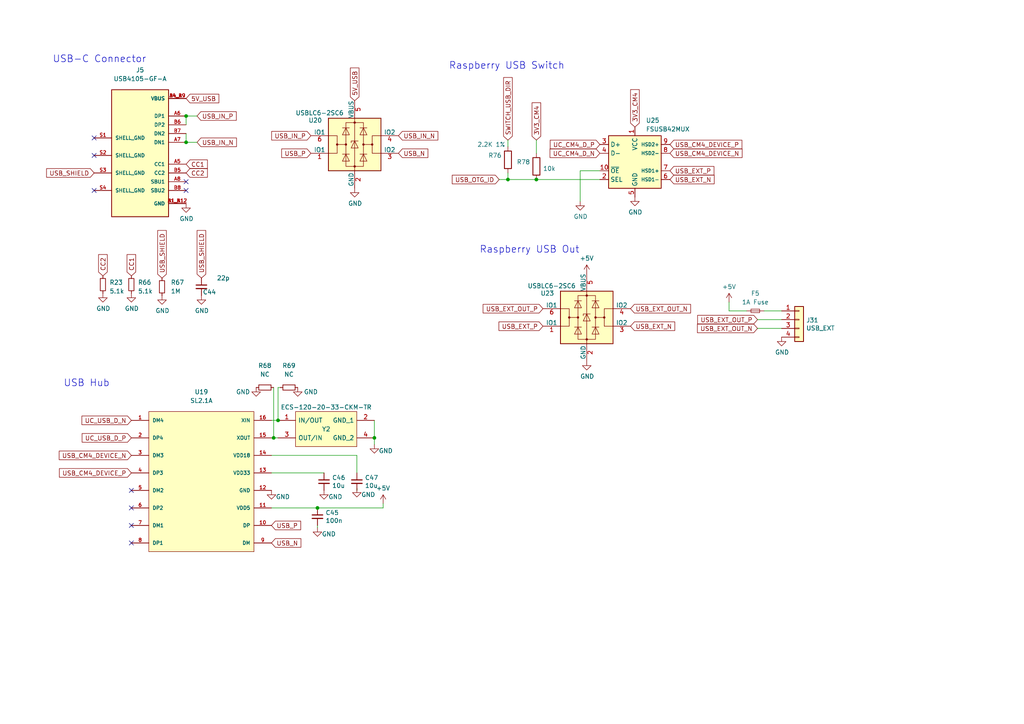
<source format=kicad_sch>
(kicad_sch (version 20211123) (generator eeschema)
  (paper "A4")
  (lib_symbols
    (symbol "Connector_Generic:Conn_01x04" (pin_names (offset 1.016) hide)
      (property "Reference" "J" (at 0 5.08 0))
      (property "Value" "Conn_01x04" (at 0 -7.62 0))
      (symbol "Conn_01x04_1_1"
        (rectangle (start -1.27 -4.953) (end 0 -5.207) (stroke (width 0.1524)))
        (rectangle (start -1.27 -2.413) (end 0 -2.667) (stroke (width 0.1524)))
        (rectangle (start -1.27 0.127) (end 0 -0.127) (stroke (width 0.1524)))
        (rectangle (start -1.27 2.667) (end 0 2.413) (stroke (width 0.1524)))
        (rectangle (start -1.27 3.81) (end 1.27 -6.35) (stroke (width 0.254)) (fill (type background)))
        (pin passive line (at -5.08 2.54 0) (length 3.81) (name "Pin_1") (number "1"))
        (pin passive line (at -5.08 0 0) (length 3.81) (name "Pin_2") (number "2"))
        (pin passive line (at -5.08 -2.54 0) (length 3.81) (name "Pin_3") (number "3"))
        (pin passive line (at -5.08 -5.08 0) (length 3.81) (name "Pin_4") (number "4"))
      )
    )
    (symbol "Device:C_Small" (pin_numbers hide) (pin_names (offset 0.254) hide)
      (property "Reference" "C" (at 0.254 1.778 0))
      (property "Value" "C_Small" (at 0.254 -2.032 0))
      (symbol "C_Small_0_1"
        (polyline (pts (xy -1.524 -0.508) (xy 1.524 -0.508)) (stroke (width 0.3302)))
        (polyline (pts (xy -1.524 0.508) (xy 1.524 0.508)) (stroke (width 0.3048)))
      )
      (symbol "C_Small_1_1"
        (pin passive line (at 0 2.54 270) (length 2.032) (name "~") (number "1"))
        (pin passive line (at 0 -2.54 90) (length 2.032) (name "~") (number "2"))
      )
    )
    (symbol "Device:Fuse_Small" (pin_numbers hide) (pin_names (offset 0.254) hide)
      (property "Reference" "F" (at 0 -1.524 0))
      (property "Value" "Fuse_Small" (at 0 1.524 0))
      (symbol "Fuse_Small_0_1"
        (rectangle (start -1.27 0.508) (end 1.27 -0.508))
        (polyline (pts (xy -1.27 0) (xy 1.27 0)))
      )
      (symbol "Fuse_Small_1_1"
        (pin passive line (at -2.54 0 0) (length 1.27) (name "~") (number "1"))
        (pin passive line (at 2.54 0 180) (length 1.27) (name "~") (number "2"))
      )
    )
    (symbol "Device:R" (pin_numbers hide) (pin_names (offset 0))
      (property "Reference" "R" (at 2.032 0 90))
      (property "Value" "R" (at 0 0 90))
      (symbol "R_0_1"
        (rectangle (start -1.016 -2.54) (end 1.016 2.54) (stroke (width 0.254)))
      )
      (symbol "R_1_1"
        (pin passive line (at 0 3.81 270) (length 1.27) (name "~") (number "1"))
        (pin passive line (at 0 -3.81 90) (length 1.27) (name "~") (number "2"))
      )
    )
    (symbol "Device:R_Small" (pin_numbers hide) (pin_names (offset 0.254) hide)
      (property "Reference" "R" (at 0.762 0.508 0))
      (property "Value" "R_Small" (at 0.762 -1.016 0))
      (symbol "R_Small_0_1"
        (rectangle (start -0.762 1.778) (end 0.762 -1.778) (stroke (width 0.2032)))
      )
      (symbol "R_Small_1_1"
        (pin passive line (at 0 2.54 270) (length 0.762) (name "~") (number "1"))
        (pin passive line (at 0 -2.54 90) (length 0.762) (name "~") (number "2"))
      )
    )
    (symbol "Interface_USB:FSUSB42MUX"
      (property "Reference" "U" (at -6.35 8.89 0))
      (property "Value" "FSUSB42MUX" (at 7.62 8.89 0))
      (symbol "FSUSB42MUX_0_1"
        (rectangle (start 7.62 7.62) (end -7.62 -7.62) (stroke (width 0.254)) (fill (type background)))
      )
      (symbol "FSUSB42MUX_1_1"
        (pin power_in line (at 0 10.16 270) (length 2.54) (name "VCC") (number "1"))
        (pin input line (at -10.16 -2.54 0) (length 2.54) (name "~{OE}") (number "10"))
        (pin input line (at -10.16 -5.08 0) (length 2.54) (name "SEL") (number "2"))
        (pin bidirectional line (at -10.16 5.08 0) (length 2.54) (name "D+") (number "3"))
        (pin bidirectional line (at -10.16 2.54 0) (length 2.54) (name "D-") (number "4"))
        (pin power_in line (at 0 -10.16 90) (length 2.54) (name "GND") (number "5"))
        (pin bidirectional line (at 10.16 -5.08 180) (length 2.54) (name "HSD1-") (number "6"))
        (pin bidirectional line (at 10.16 -2.54 180) (length 2.54) (name "HSD1+") (number "7"))
        (pin bidirectional line (at 10.16 2.54 180) (length 2.54) (name "HSD2-") (number "8"))
        (pin bidirectional line (at 10.16 5.08 180) (length 2.54) (name "HSD2+") (number "9"))
      )
    )
    (symbol "Power_Protection:USBLC6-2SC6" (pin_names (offset 0))
      (property "Reference" "U" (at 5.08 8.89 0))
      (property "Value" "USBLC6-2SC6" (at 10.16 -10.16 0))
      (symbol "USBLC6-2SC6_0_1"
        (rectangle (start -7.62 -7.62) (end 7.62 7.62) (stroke (width 0.254)) (fill (type background)))
        (circle (center -5.08 0) (radius 0.254) (fill (type outline)))
        (circle (center -2.54 0) (radius 0.254) (fill (type outline)))
        (rectangle (start -2.54 6.35) (end 2.54 -6.35))
        (circle (center 0 -6.35) (radius 0.254) (fill (type outline)))
        (polyline (pts (xy -5.08 -2.54) (xy -7.62 -2.54)))
        (polyline (pts (xy -5.08 0) (xy -5.08 -2.54)))
        (polyline (pts (xy -5.08 2.54) (xy -7.62 2.54)))
        (polyline (pts (xy -1.524 -2.794) (xy -3.556 -2.794)))
        (polyline (pts (xy -1.524 4.826) (xy -3.556 4.826)))
        (polyline (pts (xy 0 -7.62) (xy 0 -6.35)))
        (polyline (pts (xy 0 -6.35) (xy 0 1.27)))
        (polyline (pts (xy 0 1.27) (xy 0 6.35)))
        (polyline (pts (xy 0 6.35) (xy 0 7.62)))
        (polyline (pts (xy 1.524 -2.794) (xy 3.556 -2.794)))
        (polyline (pts (xy 1.524 4.826) (xy 3.556 4.826)))
        (polyline (pts (xy 5.08 -2.54) (xy 7.62 -2.54)))
        (polyline (pts (xy 5.08 0) (xy 5.08 -2.54)))
        (polyline (pts (xy 5.08 2.54) (xy 7.62 2.54)))
        (polyline (pts (xy -2.54 0) (xy -5.08 0) (xy -5.08 2.54)))
        (polyline (pts (xy 2.54 0) (xy 5.08 0) (xy 5.08 2.54)))
        (polyline (pts (xy -3.556 -4.826) (xy -1.524 -4.826) (xy -2.54 -2.794) (xy -3.556 -4.826)))
        (polyline (pts (xy -3.556 2.794) (xy -1.524 2.794) (xy -2.54 4.826) (xy -3.556 2.794)))
        (polyline (pts (xy -1.016 -1.016) (xy 1.016 -1.016) (xy 0 1.016) (xy -1.016 -1.016)))
        (polyline (pts (xy 1.016 1.016) (xy 0.762 1.016) (xy -1.016 1.016) (xy -1.016 0.508)))
        (polyline (pts (xy 3.556 -4.826) (xy 1.524 -4.826) (xy 2.54 -2.794) (xy 3.556 -4.826)))
        (polyline (pts (xy 3.556 2.794) (xy 1.524 2.794) (xy 2.54 4.826) (xy 3.556 2.794)))
        (circle (center 0 6.35) (radius 0.254) (fill (type outline)))
        (circle (center 2.54 0) (radius 0.254) (fill (type outline)))
        (circle (center 5.08 0) (radius 0.254) (fill (type outline)))
      )
      (symbol "USBLC6-2SC6_1_1"
        (pin passive line (at -12.7 -2.54 0) (length 5.08) (name "IO1") (number "1"))
        (pin passive line (at 0 -12.7 90) (length 5.08) (name "GND") (number "2"))
        (pin passive line (at 12.7 -2.54 180) (length 5.08) (name "IO2") (number "3"))
        (pin passive line (at 12.7 2.54 180) (length 5.08) (name "IO2") (number "4"))
        (pin passive line (at 0 12.7 270) (length 5.08) (name "VBUS") (number "5"))
        (pin passive line (at -12.7 2.54 0) (length 5.08) (name "IO1") (number "6"))
      )
    )
    (symbol "downloaded_parts:ECS-120-20-33-CKM-TR" (pin_names (offset 0.762))
      (property "Reference" "Y?" (at 16.51 7.62 0))
      (property "Value" "ECS-120-20-33-CKM-TR" (at 11.43 -7.62 0))
      (symbol "ECS-120-20-33-CKM-TR_0_0"
        (pin passive line (at -2.54 -11.43 0) (length 5.08) (name "IN/OUT") (number "1"))
        (pin passive line (at 25.4 -11.43 180) (length 5.08) (name "GND_1") (number "2"))
        (pin passive line (at -2.54 -16.51 0) (length 5.08) (name "OUT/IN") (number "3"))
        (pin passive line (at 25.4 -16.51 180) (length 5.08) (name "GND_2") (number "4"))
      )
      (symbol "ECS-120-20-33-CKM-TR_0_1"
        (rectangle (start 2.54 -8.89) (end 20.32 -19.05) (stroke (width 0.1524)) (fill (type background)))
      )
    )
    (symbol "downloaded_parts:SL2.1A" (pin_names (offset 1.016))
      (property "Reference" "U11" (at 0 25.4 0))
      (property "Value" "SL2.1A" (at 0 22.86 0))
      (symbol "SL2.1A_0_0"
        (pin bidirectional line (at -20.32 17.78 0) (length 5.08) (name "DM4") (number "1"))
        (pin bidirectional line (at 20.32 -12.7 180) (length 5.08) (name "DP") (number "10"))
        (pin bidirectional line (at 20.32 -7.62 180) (length 5.08) (name "VDD5") (number "11"))
        (pin bidirectional line (at 20.32 -2.54 180) (length 5.08) (name "GND") (number "12"))
        (pin bidirectional line (at 20.32 2.54 180) (length 5.08) (name "VDD33") (number "13"))
        (pin bidirectional line (at 20.32 7.62 180) (length 5.08) (name "VDD18") (number "14"))
        (pin bidirectional line (at 20.32 12.7 180) (length 5.08) (name "XOUT") (number "15"))
        (pin bidirectional line (at 20.32 17.78 180) (length 5.08) (name "XIN") (number "16"))
        (pin bidirectional line (at -20.32 12.7 0) (length 5.08) (name "DP4") (number "2"))
        (pin bidirectional line (at -20.32 7.62 0) (length 5.08) (name "DM3") (number "3"))
        (pin bidirectional line (at -20.32 2.54 0) (length 5.08) (name "DP3") (number "4"))
        (pin bidirectional line (at -20.32 -2.54 0) (length 5.08) (name "DM2") (number "5"))
        (pin bidirectional line (at -20.32 -7.62 0) (length 5.08) (name "DP2") (number "6"))
        (pin bidirectional line (at -20.32 -12.7 0) (length 5.08) (name "DM1") (number "7"))
        (pin bidirectional line (at -20.32 -17.78 0) (length 5.08) (name "DP1") (number "8"))
        (pin bidirectional line (at 20.32 -17.78 180) (length 5.08) (name "DM") (number "9"))
      )
      (symbol "SL2.1A_0_1"
        (rectangle (start -15.24 20.32) (end 15.24 -20.32) (stroke (width 0.1524)) (fill (type background)))
      )
    )
    (symbol "downloaded_parts:USB4105-GF-A" (pin_names (offset 1.016))
      (property "Reference" "J5" (at 0 16.51 0))
      (property "Value" "USB4105-GF-A" (at 0 13.97 0))
      (symbol "USB4105-GF-A_0_0"
        (rectangle (start -1.27 12.7) (end 15.24 -24.13) (stroke (width 0.254)) (fill (type background)))
        (pin power_in line (at 20.32 -20.32 180) (length 5.08) (name "GND") (number "A1_B12"))
        (pin power_in line (at 20.32 10.16 180) (length 5.08) (name "VBUS") (number "A4_B9"))
        (pin bidirectional line (at 20.32 -8.89 180) (length 5.08) (name "CC1") (number "A5"))
        (pin bidirectional line (at 20.32 5.08 180) (length 5.08) (name "DP1") (number "A6"))
        (pin bidirectional line (at 20.32 -2.54 180) (length 5.08) (name "DN1") (number "A7"))
        (pin bidirectional line (at 20.32 -13.97 180) (length 5.08) (name "SBU1") (number "A8"))
        (pin power_in line (at 20.32 -20.32 180) (length 5.08) (name "GND") (number "B1_A12"))
        (pin power_in line (at 20.32 10.16 180) (length 5.08) (name "VBUS") (number "B4_A9"))
        (pin bidirectional line (at 20.32 -11.43 180) (length 5.08) (name "CC2") (number "B5"))
        (pin bidirectional line (at 20.32 2.54 180) (length 5.08) (name "DP2") (number "B6"))
        (pin bidirectional line (at 20.32 0 180) (length 5.08) (name "DN2") (number "B7"))
        (pin bidirectional line (at 20.32 -16.51 180) (length 5.08) (name "SBU2") (number "B8"))
        (pin power_in line (at -6.35 -1.27 0) (length 5.08) (name "SHELL_GND") (number "S1"))
        (pin power_in line (at -6.35 -6.35 0) (length 5.08) (name "SHELL_GND") (number "S2"))
        (pin power_in line (at -6.35 -11.43 0) (length 5.08) (name "SHELL_GND") (number "S3"))
        (pin power_in line (at -6.35 -16.51 0) (length 5.08) (name "SHELL_GND") (number "S4"))
      )
    )
    (symbol "power:+5V" (power) (pin_names (offset 0))
      (property "Value" "+5V" (at 0 3.556 0))
      (symbol "+5V_0_1"
        (polyline (pts (xy -0.762 1.27) (xy 0 2.54)))
        (polyline (pts (xy 0 0) (xy 0 2.54)))
        (polyline (pts (xy 0 2.54) (xy 0.762 1.27)))
      )
      (symbol "+5V_1_1"
        (pin power_in line (at 0 0 90) (length 0) hide (name "+5V") (number "1"))
      )
    )
    (symbol "power:GND" (power) (pin_names (offset 0))
      (property "Value" "GND" (at 0 -3.81 0))
      (symbol "GND_0_1"
        (polyline (pts (xy 0 0) (xy 0 -1.27) (xy 1.27 -1.27) (xy 0 -2.54) (xy -1.27 -1.27) (xy 0 -1.27)))
      )
      (symbol "GND_1_1"
        (pin power_in line (at 0 0 270) (length 0) hide (name "GND") (number "1"))
      )
    )
  )
  (junction (at 79.375 127))
  (junction (at 147.32 52.07))
  (junction (at 53.975 41.275))
  (junction (at 92.075 147.32))
  (junction (at 53.975 33.655))
  (junction (at 80.645 121.92))
  (junction (at 155.575 52.07))
  (junction (at 108.585 127))
  (no_connect (at 27.305 45.085))
  (no_connect (at 27.305 40.005))
  (no_connect (at 27.305 55.245))
  (no_connect (at 38.1 157.48))
  (no_connect (at 38.1 147.32))
  (no_connect (at 38.1 142.24))
  (no_connect (at 53.975 55.245))
  (no_connect (at 53.975 52.705))
  (no_connect (at 38.1 152.4))
  (wire (pts (xy 92.075 147.32) (xy 111.125 147.32)))
  (wire (pts (xy 111.125 146.05) (xy 111.125 147.32)))
  (wire (pts (xy 80.645 127) (xy 79.375 127)))
  (wire (pts (xy 144.78 52.07) (xy 147.32 52.07)))
  (wire (pts (xy 108.585 121.92) (xy 108.585 127)))
  (wire (pts (xy 103.505 132.08) (xy 78.74 132.08)))
  (wire (pts (xy 147.32 52.07) (xy 155.575 52.07)))
  (wire (pts (xy 211.455 87.63) (xy 211.455 90.17)))
  (wire (pts (xy 219.71 92.71) (xy 226.695 92.71)))
  (wire (pts (xy 221.615 90.17) (xy 226.695 90.17)))
  (wire (pts (xy 155.575 40.64) (xy 155.575 44.45)))
  (wire (pts (xy 79.375 112.395) (xy 79.375 127)))
  (wire (pts (xy 79.375 127) (xy 78.74 127)))
  (wire (pts (xy 78.74 137.16) (xy 93.98 137.16)))
  (wire (pts (xy 103.505 142.24) (xy 103.505 141.605)))
  (wire (pts (xy 147.32 50.165) (xy 147.32 52.07)))
  (wire (pts (xy 168.275 49.53) (xy 168.275 58.42)))
  (wire (pts (xy 219.71 95.25) (xy 226.695 95.25)))
  (wire (pts (xy 103.505 137.16) (xy 103.505 132.08)))
  (wire (pts (xy 53.975 41.275) (xy 57.15 41.275)))
  (wire (pts (xy 80.645 121.92) (xy 78.74 121.92)))
  (wire (pts (xy 92.075 152.4) (xy 92.075 153.035)))
  (wire (pts (xy 108.585 128.905) (xy 108.585 127)))
  (wire (pts (xy 155.575 52.07) (xy 173.99 52.07)))
  (wire (pts (xy 173.99 49.53) (xy 168.275 49.53)))
  (wire (pts (xy 80.645 112.395) (xy 80.645 121.92)))
  (wire (pts (xy 53.975 33.655) (xy 53.975 36.195)))
  (wire (pts (xy 147.32 40.64) (xy 147.32 42.545)))
  (wire (pts (xy 81.28 112.395) (xy 80.645 112.395)))
  (wire (pts (xy 53.975 33.655) (xy 57.15 33.655)))
  (wire (pts (xy 53.975 38.735) (xy 53.975 41.275)))
  (wire (pts (xy 92.075 147.32) (xy 78.74 147.32)))
  (wire (pts (xy 211.455 90.17) (xy 216.535 90.17)))
  (text "Raspberry USB Switch" (at 130.175 20.32 0) (effects (font (size 2 2)) (justify left bottom)))
  (text "USB-C Connector" (at 15.24 18.415 0) (effects (font (size 2 2)) (justify left bottom)))
  (text "Raspberry USB Out" (at 139.065 73.66 0) (effects (font (size 2 2)) (justify left bottom)))
  (text "USB Hub" (at 18.415 112.395 0) (effects (font (size 2 2)) (justify left bottom)))
  (global_label "UC_CM4_D_N" (shape input) (at 173.99 44.45 180) (property "Intersheet References" "${INTERSHEET_REFS}" (effects hide)))
  (global_label "USB_IN_N" (shape input) (at 57.15 41.275 0) (property "Intersheet References" "${INTERSHEET_REFS}" (effects hide)))
  (global_label "USB_N" (shape input) (at 115.57 44.45 0) (property "Intersheet References" "${INTERSHEET_REFS}" (effects hide)))
  (global_label "USB_P" (shape input) (at 90.17 44.45 180) (property "Intersheet References" "${INTERSHEET_REFS}" (effects hide)))
  (global_label "USB_CM4_DEVICE_N" (shape input) (at 38.1 132.08 180) (property "Intersheet References" "${INTERSHEET_REFS}" (effects hide)))
  (global_label "3V3_CM4" (shape input) (at 184.15 36.83 90) (property "Intersheet References" "${INTERSHEET_REFS}" (effects hide)))
  (global_label "CC1" (shape input) (at 53.975 47.625 0) (property "Intersheet References" "${INTERSHEET_REFS}" (effects hide)))
  (global_label "3V3_CM4" (shape input) (at 155.575 40.64 90) (property "Intersheet References" "${INTERSHEET_REFS}" (effects hide)))
  (global_label "USB_SHIELD" (shape input) (at 46.99 80.645 90) (property "Intersheet References" "${INTERSHEET_REFS}" (effects hide)))
  (global_label "UC_USB_D_P" (shape input) (at 38.1 127 180) (property "Intersheet References" "${INTERSHEET_REFS}" (effects hide)))
  (global_label "USB_IN_P" (shape input) (at 90.17 39.37 180) (property "Intersheet References" "${INTERSHEET_REFS}" (effects hide)))
  (global_label "USB_EXT_OUT_P" (shape input) (at 157.48 89.535 180) (property "Intersheet References" "${INTERSHEET_REFS}" (effects hide)))
  (global_label "5V_USB" (shape input) (at 102.87 29.21 90) (property "Intersheet References" "${INTERSHEET_REFS}" (effects hide)))
  (global_label "USB_SHIELD" (shape input) (at 58.42 80.645 90) (property "Intersheet References" "${INTERSHEET_REFS}" (effects hide)))
  (global_label "5V_USB" (shape input) (at 53.975 28.575 0) (property "Intersheet References" "${INTERSHEET_REFS}" (effects hide)))
  (global_label "USB_EXT_OUT_N" (shape input) (at 182.88 89.535 0) (property "Intersheet References" "${INTERSHEET_REFS}" (effects hide)))
  (global_label "USB_IN_N" (shape input) (at 115.57 39.37 0) (property "Intersheet References" "${INTERSHEET_REFS}" (effects hide)))
  (global_label "USB_EXT_N" (shape input) (at 194.31 52.07 0) (property "Intersheet References" "${INTERSHEET_REFS}" (effects hide)))
  (global_label "USB_OTG_ID" (shape input) (at 144.78 52.07 180) (property "Intersheet References" "${INTERSHEET_REFS}" (effects hide)))
  (global_label "USB_EXT_OUT_P" (shape input) (at 219.71 92.71 180) (property "Intersheet References" "${INTERSHEET_REFS}" (effects hide)))
  (global_label "UC_CM4_D_P" (shape input) (at 173.99 41.91 180) (property "Intersheet References" "${INTERSHEET_REFS}" (effects hide)))
  (global_label "USB_CM4_DEVICE_N" (shape input) (at 194.31 44.45 0) (property "Intersheet References" "${INTERSHEET_REFS}" (effects hide)))
  (global_label "USB_EXT_OUT_N" (shape input) (at 219.71 95.25 180) (property "Intersheet References" "${INTERSHEET_REFS}" (effects hide)))
  (global_label "USB_SHIELD" (shape input) (at 27.305 50.165 180) (property "Intersheet References" "${INTERSHEET_REFS}" (effects hide)))
  (global_label "USB_EXT_P" (shape input) (at 157.48 94.615 180) (property "Intersheet References" "${INTERSHEET_REFS}" (effects hide)))
  (global_label "USB_CM4_DEVICE_P" (shape input) (at 38.1 137.16 180) (property "Intersheet References" "${INTERSHEET_REFS}" (effects hide)))
  (global_label "USB_EXT_N" (shape input) (at 182.88 94.615 0) (property "Intersheet References" "${INTERSHEET_REFS}" (effects hide)))
  (global_label "UC_USB_D_N" (shape input) (at 38.1 121.92 180) (property "Intersheet References" "${INTERSHEET_REFS}" (effects hide)))
  (global_label "CC2" (shape input) (at 29.845 80.01 90) (property "Intersheet References" "${INTERSHEET_REFS}" (effects hide)))
  (global_label "USB_N" (shape input) (at 78.74 157.48 0) (property "Intersheet References" "${INTERSHEET_REFS}" (effects hide)))
  (global_label "USB_EXT_P" (shape input) (at 194.31 49.53 0) (property "Intersheet References" "${INTERSHEET_REFS}" (effects hide)))
  (global_label "USB_CM4_DEVICE_P" (shape input) (at 194.31 41.91 0) (property "Intersheet References" "${INTERSHEET_REFS}" (effects hide)))
  (global_label "CC1" (shape input) (at 38.1 80.01 90) (property "Intersheet References" "${INTERSHEET_REFS}" (effects hide)))
  (global_label "USB_IN_P" (shape input) (at 57.15 33.655 0) (property "Intersheet References" "${INTERSHEET_REFS}" (effects hide)))
  (global_label "USB_P" (shape input) (at 78.74 152.4 0) (property "Intersheet References" "${INTERSHEET_REFS}" (effects hide)))
  (global_label "SWITCH_USB_DIR" (shape input) (at 147.32 40.64 90) (property "Intersheet References" "${INTERSHEET_REFS}" (effects hide)))
  (global_label "CC2" (shape input) (at 53.975 50.165 0) (property "Intersheet References" "${INTERSHEET_REFS}" (effects hide)))
  (symbol (lib_id "Device:C_Small") (at 93.98 139.7 0) (unit 1)
    (property "Reference" "C46" (at 96.3042 138.5506 0) (effects (justify left)))
    (property "Value" "10u" (at 96.304 140.849 0) (effects (justify left)))
    (property "Footprint" "Capacitor_SMD:C_0805_2012Metric" (effects hide))
  )
  (symbol (lib_id "Device:R") (at 155.575 48.26 0) (unit 1)
    (property "Reference" "R78" (at 149.86 46.99 0) (effects (justify left)))
    (property "Value" "10k" (at 157.48 48.895 0) (effects (justify left)))
    (property "Footprint" "Resistor_SMD:R_0603_1608Metric" (effects hide))
    (property "Datasheet" "https://fscdn.rohm.com/en/products/databook/datasheet/passive/resistor/chip_resistor/mcr-e.pdf" (effects hide))
    (property "Field4" "Farnell" (effects hide))
    (property "Field5" "9239278" (effects hide))
    (property "Field7" "KOA EUROPE GMBH" (effects hide))
    (property "Field6" "RK73G1ETQTP2201D         " (effects hide))
    (property "Part Description" "Resistor 2.2K M1005 1% 63mW" (effects hide))
    (property "Field8" "120889581" (effects hide))
  )
  (symbol (lib_id "Power_Protection:USBLC6-2SC6") (at 102.87 41.91 0) (unit 1)
    (property "Reference" "U20" (at 91.44 34.9058 0))
    (property "Value" "USBLC6-2SC6" (at 92.71 32.7595 0))
    (property "Footprint" "Package_TO_SOT_SMD:SOT-23-6" (effects hide))
    (property "Datasheet" "http://www2.st.com/resource/en/datasheet/CD00050750.pdf" (effects hide))
  )
  (symbol (lib_id "Device:C_Small") (at 92.075 149.86 0) (unit 1)
    (property "Reference" "C45" (at 94.3992 148.7106 0) (effects (justify left)))
    (property "Value" "100n" (at 94.399 151.009 0) (effects (justify left)))
    (property "Footprint" "Capacitor_SMD:C_0805_2012Metric" (effects hide))
  )
  (symbol (lib_id "Device:Fuse_Small") (at 219.075 90.17 0) (unit 1)
    (property "Reference" "F5" (at 219.075 85.09 0))
    (property "Value" "1A Fuse" (at 219.075 87.63 0))
    (property "Footprint" "Fuse:Fuse_1206_3216Metric" (effects hide))
  )
  (symbol (lib_id "power:GND") (at 38.1 85.09 0) (unit 1)
    (property "Reference" "#PWR0149" (effects hide))
    (property "Value" "GND" (at 38.227 89.4842 0))
  )
  (symbol (lib_id "downloaded_parts:USB4105-GF-A") (at 33.655 38.735 0) (unit 1)
    (property "Reference" "J5" (at 40.64 20.32 0))
    (property "Value" "USB4105-GF-A" (at 40.64 22.86 0))
    (property "Footprint" "downloaded_parts:GCT_USB4105-GF-A" (effects hide))
    (property "MANUFACTURER" "GCT" (effects hide))
    (property "PARTREV" "A3" (effects hide))
    (property "MAXIMUM_PACKAGE_HEIGHT" "3.31 mm" (effects hide))
    (property "STANDARD" "Manufacturer Recommendations" (effects hide))
  )
  (symbol (lib_id "Device:C_Small") (at 103.505 139.7 0) (unit 1)
    (property "Reference" "C47" (at 105.8292 138.5506 0) (effects (justify left)))
    (property "Value" "10u" (at 105.829 140.849 0) (effects (justify left)))
    (property "Footprint" "Capacitor_SMD:C_0805_2012Metric" (effects hide))
  )
  (symbol (lib_id "downloaded_parts:SL2.1A") (at 58.42 139.7 0) (unit 1)
    (property "Reference" "U19" (at 58.42 113.665 0))
    (property "Value" "SL2.1A" (at 58.42 116.205 0))
    (property "Footprint" "Package_SO:SO-16_3.9x9.9mm_P1.27mm" (effects hide))
  )
  (symbol (lib_id "downloaded_parts:ECS-120-20-33-CKM-TR") (at 83.185 110.49 0) (unit 1)
    (property "Reference" "Y2" (at 94.615 124.46 0))
    (property "Value" "ECS-120-20-33-CKM-TR" (at 94.615 118.11 0))
    (property "Footprint" "downloaded_parts:ECS1202033CKMTR" (effects hide))
    (property "Datasheet" "https://ecsxtal.com/store/pdf/ecx-32.pdf" (effects hide))
    (property "Description" "Crystals 12.000MHz 20pF 10ppm -20C +70C" (effects hide))
    (property "Height" "0.8" (effects hide))
    (property "Mouser Part Number" "520-120-20-33-CKMT" (effects hide))
    (property "Mouser Price/Stock" "https://www.mouser.co.uk/ProductDetail/ECS/ECS-120-20-33-CKM-TR?qs=ttzZIJSyan3D8IeYzLfaEw%3D%3D" (effects hide))
    (property "Manufacturer_Name" "ECS" (effects hide))
    (property "Manufacturer_Part_Number" "ECS-120-20-33-CKM-TR" (effects hide))
  )
  (symbol (lib_id "Device:R_Small") (at 29.845 82.55 0) (unit 1)
    (property "Reference" "R23" (at 31.75 81.9149 0) (effects (justify left)))
    (property "Value" "5.1k" (at 31.75 84.4549 0) (effects (justify left)))
    (property "Footprint" "Resistor_SMD:R_0603_1608Metric" (effects hide))
  )
  (symbol (lib_id "power:GND") (at 184.15 57.15 0) (unit 1)
    (property "Reference" "#PWR0186" (effects hide))
    (property "Value" "GND" (at 184.277 61.5442 0))
  )
  (symbol (lib_id "power:GND") (at 108.585 128.905 0) (unit 1)
    (property "Reference" "#PWR0165" (effects hide))
    (property "Value" "GND" (at 111.887 130.7592 0))
  )
  (symbol (lib_id "Device:R_Small") (at 83.82 112.395 270) (unit 1)
    (property "Reference" "R69" (at 83.82 106.045 90))
    (property "Value" "NC" (at 83.82 108.585 90))
    (property "Footprint" "Resistor_SMD:R_0603_1608Metric" (effects hide))
  )
  (symbol (lib_id "power:GND") (at 78.74 142.24 0) (unit 1)
    (property "Reference" "#PWR0158" (effects hide))
    (property "Value" "GND" (at 82.042 144.0942 0))
  )
  (symbol (lib_id "power:GND") (at 226.695 97.79 0) (unit 1)
    (property "Reference" "#PWR0190" (effects hide))
    (property "Value" "GND" (at 226.822 102.1842 0))
  )
  (symbol (lib_id "power:+5V") (at 170.18 79.375 0) (unit 1)
    (property "Reference" "#PWR0181" (effects hide))
    (property "Value" "+5V" (at 170.18 74.93 0))
  )
  (symbol (lib_id "power:GND") (at 102.87 54.61 0) (unit 1)
    (property "Reference" "#PWR0159" (effects hide))
    (property "Value" "GND" (at 102.997 59.0042 0))
  )
  (symbol (lib_id "Device:C_Small") (at 58.42 83.185 0) (unit 1)
    (property "Reference" "C44" (at 58.801 84.7089 0) (effects (justify left)))
    (property "Value" "22p" (at 62.865 80.645 0) (effects (justify left)))
    (property "Footprint" "Capacitor_SMD:C_0603_1608Metric" (effects hide))
  )
  (symbol (lib_id "Interface_USB:FSUSB42MUX") (at 184.15 46.99 0) (unit 1)
    (property "Reference" "U25" (at 187.325 34.925 0) (effects (justify left)))
    (property "Value" "FSUSB42MUX" (at 187.325 37.465 0) (effects (justify left)))
    (property "Footprint" "Package_SO:MSOP-10_3x3mm_P0.5mm" (effects hide))
    (property "Datasheet" "https://www.onsemi.com/pub/Collateral/FSUSB42-D.PDF" (effects hide))
  )
  (symbol (lib_id "power:GND") (at 170.18 104.775 0) (unit 1)
    (property "Reference" "#PWR0182" (effects hide))
    (property "Value" "GND" (at 170.307 109.1692 0))
  )
  (symbol (lib_id "power:GND") (at 168.275 58.42 0) (unit 1)
    (property "Reference" "#PWR0185" (effects hide))
    (property "Value" "GND" (at 168.402 62.8142 0))
  )
  (symbol (lib_id "Device:R_Small") (at 46.99 83.185 0) (unit 1)
    (property "Reference" "R67" (at 49.53 81.9149 0) (effects (justify left)))
    (property "Value" "1M" (at 49.53 84.4549 0) (effects (justify left)))
    (property "Footprint" "Resistor_SMD:R_0603_1608Metric" (effects hide))
  )
  (symbol (lib_id "power:GND") (at 58.42 85.725 0) (unit 1)
    (property "Reference" "#PWR0157" (effects hide))
    (property "Value" "GND" (at 58.547 90.1192 0))
  )
  (symbol (lib_id "Connector_Generic:Conn_01x04") (at 231.775 92.71 0) (unit 1)
    (property "Reference" "J31" (at 233.8071 92.8814 0) (effects (justify left)))
    (property "Value" "USB_EXT" (at 233.807 95.18 0) (effects (justify left)))
    (property "Footprint" "Connector_JST:JST_GH_BM04B-GHS-TBT_1x04-1MP_P1.25mm_Vertical" (effects hide))
  )
  (symbol (lib_id "power:GND") (at 46.99 85.725 0) (unit 1)
    (property "Reference" "#PWR0154" (effects hide))
    (property "Value" "GND" (at 47.117 90.1192 0))
  )
  (symbol (lib_id "power:GND") (at 86.36 112.395 0) (unit 1)
    (property "Reference" "#PWR0160" (effects hide))
    (property "Value" "GND" (at 90.17 113.665 0))
  )
  (symbol (lib_id "power:GND") (at 103.505 141.605 0) (unit 1)
    (property "Reference" "#PWR0164" (effects hide))
    (property "Value" "GND" (at 106.807 143.4592 0))
  )
  (symbol (lib_id "Device:R_Small") (at 38.1 82.55 0) (unit 1)
    (property "Reference" "R66" (at 40.005 81.9149 0) (effects (justify left)))
    (property "Value" "5.1k" (at 40.005 84.4549 0) (effects (justify left)))
    (property "Footprint" "Resistor_SMD:R_0603_1608Metric" (effects hide))
  )
  (symbol (lib_id "power:GND") (at 53.975 59.055 0) (unit 1)
    (property "Reference" "#PWR0223" (effects hide))
    (property "Value" "GND" (at 54.102 63.4492 0))
  )
  (symbol (lib_id "Power_Protection:USBLC6-2SC6") (at 170.18 92.075 0) (unit 1)
    (property "Reference" "U23" (at 158.75 85.0708 0))
    (property "Value" "USBLC6-2SC6" (at 160.02 82.9245 0))
    (property "Footprint" "Package_TO_SOT_SMD:SOT-23-6" (effects hide))
    (property "Datasheet" "http://www2.st.com/resource/en/datasheet/CD00050750.pdf" (effects hide))
  )
  (symbol (lib_id "power:GND") (at 29.845 85.09 0) (unit 1)
    (property "Reference" "#PWR0222" (effects hide))
    (property "Value" "GND" (at 29.972 89.4842 0))
  )
  (symbol (lib_id "power:+5V") (at 111.125 146.05 0) (unit 1)
    (property "Reference" "#PWR0166" (effects hide))
    (property "Value" "+5V" (at 111.125 141.605 0))
  )
  (symbol (lib_id "Device:R_Small") (at 76.835 112.395 270) (unit 1)
    (property "Reference" "R68" (at 76.835 106.045 90))
    (property "Value" "NC" (at 76.835 108.585 90))
    (property "Footprint" "Resistor_SMD:R_0603_1608Metric" (effects hide))
  )
  (symbol (lib_id "power:+5V") (at 211.455 87.63 0) (unit 1)
    (property "Reference" "#PWR0187" (effects hide))
    (property "Value" "+5V" (at 211.455 83.185 0))
  )
  (symbol (lib_id "power:GND") (at 93.98 142.24 0) (unit 1)
    (property "Reference" "#PWR0163" (effects hide))
    (property "Value" "GND" (at 97.282 144.0942 0))
  )
  (symbol (lib_id "power:GND") (at 92.075 153.035 0) (unit 1)
    (property "Reference" "#PWR0162" (effects hide))
    (property "Value" "GND" (at 95.377 154.8892 0))
  )
  (symbol (lib_id "power:GND") (at 74.295 112.395 0) (unit 1)
    (property "Reference" "#PWR0156" (effects hide))
    (property "Value" "GND" (at 70.485 113.665 0))
  )
  (symbol (lib_id "Device:R") (at 147.32 46.355 0) (unit 1)
    (property "Reference" "R76" (at 141.605 45.085 0) (effects (justify left)))
    (property "Value" "2.2K 1%" (at 138.43 41.91 0) (effects (justify left)))
    (property "Footprint" "Resistor_SMD:R_0603_1608Metric" (effects hide))
    (property "Datasheet" "https://fscdn.rohm.com/en/products/databook/datasheet/passive/resistor/chip_resistor/mcr-e.pdf" (effects hide))
    (property "Field4" "Farnell" (effects hide))
    (property "Field5" "9239278" (effects hide))
    (property "Field7" "KOA EUROPE GMBH" (effects hide))
    (property "Field6" "RK73G1ETQTP2201D         " (effects hide))
    (property "Part Description" "Resistor 2.2K M1005 1% 63mW" (effects hide))
    (property "Field8" "120889581" (effects hide))
  )
)
</source>
